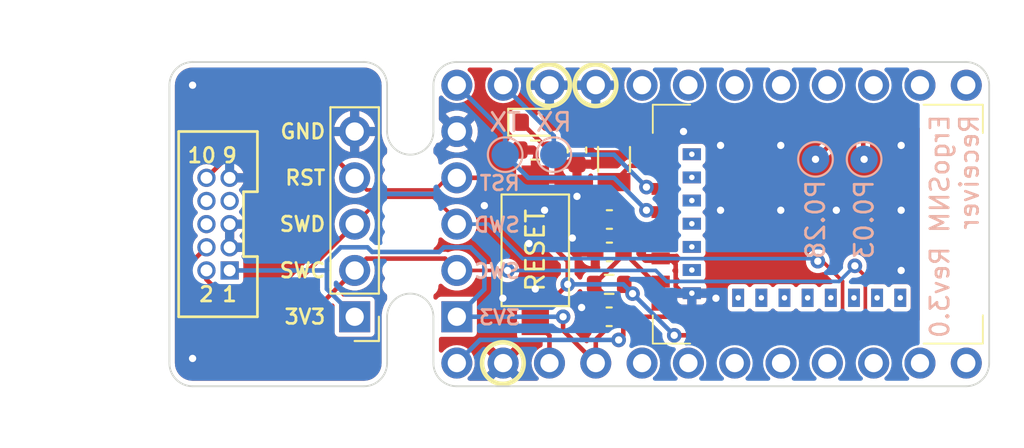
<source format=kicad_pcb>
(kicad_pcb (version 20221018) (generator pcbnew)
  (title_block (title "ErgoSNM Keyboard - Receiver") (rev "3.0") (company "SideraKB") (comment 1 "Open source hardware, CERN-OHL-P v2") (comment 2 "https://github.com/ziteh/ergo-snm-keyboard"))
  (layers (0 "F.Cu" signal) (31 "B.Cu" signal) (34 "B.Paste" user) (35 "F.Paste" user) (36 "B.SilkS" user "B.Silkscreen") (37 "F.SilkS" user "F.Silkscreen") (38 "B.Mask" user) (39 "F.Mask" user) (44 "Edge.Cuts" user))
  (net 0 "")
  (net 1 "Net-(U1-P0.00{slash}XL1)")
  (net 2 "GND")
  (net 3 "Net-(U1-P0.01{slash}XL2)")
  (net 4 "+3.3V")
  (net 5 "+5V")
  (net 6 "TX")
  (net 7 "RX")
  (net 15 "~{RESET}")
  (net 23 "SWC")
  (net 24 "SWD")
  (net 25 "Net-(U1-P0.03)")
  (net 26 "Net-(U1-P0.28)")
  (net 27 "ROW_4")
  (net 28 "ROW_3")
  (net 29 "COL_1")
  (net 30 "COL_2")
  (net 31 "COL_5")
  (net 32 "COL_4")
  (net 33 "COL_6")
  (net 34 "Debug_UART_Tx")
  (net 35 "Debug_UART_Rx")
  (net 39 "/DCCH")
  (net 41 "USB_D-")
  (net 43 "USB_D+")
  (net 44 "Encoder_A")
  (net 45 "PMW3360_SPI_SCLK")
  (net 46 "Encoder_B")
  (net 48 "QMK_UART_Rx")
  (net 49 "QMK_UART_Tx")
  (net 50 "PMW3360_Motion")
  (net 51 "COL_0")
  (net 52 "PMW3360_SPI_CS")
  (net 53 "ROW_0")
  (net 54 "Net-(LD1-K)")
  (net 55 "LED")
  (footprint "ErgoSNM_Keyboard:Mouse bite" (layer "F.Cu") (at 129.032 91.44)
    (fp_text reference "H13" hide)
    (fp_text value "MountingHole" hide)
    (pad "" np_thru_hole circle (at 0 0) (size 0.55 0.55) (drill 0.55) (layers "F&B.Cu" "*.Mask"))
  )
  (footprint "ErgoSNM_Keyboard:Mouse bite" (layer "F.Cu") (at 129.032 85.5)
    (fp_text reference "H3" hide)
    (fp_text value "MountingHole" hide)
    (pad "" np_thru_hole circle (at 0 0) (size 0.55 0.55) (drill 0.55) (layers "F&B.Cu" "*.Mask"))
  )
  (footprint "Capacitor_SMD:C_0603_1608Metric" (layer "F.Cu") (at 140.957 93.98 180)
    (fp_text reference "C4" hide)
    (fp_text value "10uF")
    (fp_line (start -0.14058 -0.51) (end 0.14058 -0.51) (stroke (width 0.12)) (layer "F.SilkS"))
    (fp_line (start -0.14058 0.51) (end 0.14058 0.51) (stroke (width 0.12)) (layer "F.SilkS"))
    (pad "1" smd roundrect (at -0.775 0 180) (size 0.9 0.95) (layers "F.Cu" "F.Paste" "F.Mask") (net 5 "+5V"))
    (pad "2" smd roundrect (at 0.775 0 180) (size 0.9 0.95) (layers "F.Cu" "F.Paste" "F.Mask") (net 2 "GND"))
  )
  (footprint "ErgoSNM_Keyboard:Mouse bite" (layer "F.Cu") (at 131.064 86.35)
    (fp_text reference "H5" hide)
    (fp_text value "MountingHole" hide)
    (pad "" np_thru_hole circle (at 0 0) (size 0.55 0.55) (drill 0.55) (layers "F&B.Cu" "*.Mask"))
  )
  (footprint "ErgoSNM_Keyboard:Mouse bite" (layer "F.Cu") (at 131.064 91.45)
    (fp_text reference "H10" hide)
    (fp_text value "MountingHole" hide)
    (pad "" np_thru_hole circle (at 0 0) (size 0.55 0.55) (drill 0.55) (layers "F&B.Cu" "*.Mask"))
  )
  (footprint "ErgoSNM_Keyboard:Mouse bite" (layer "F.Cu") (at 129.032 89.75)
    (fp_text reference "H6" hide)
    (fp_text value "MountingHole" hide)
    (pad "" np_thru_hole circle (at 0 0) (size 0.55 0.55) (drill 0.55) (layers "F&B.Cu" "*.Mask"))
  )
  (footprint "Capacitor_SMD:C_0603_1608Metric" (layer "F.Cu") (at 140.97 90.424 180)
    (fp_text reference "C3" hide)
    (fp_text value "10uF")
    (fp_line (start -0.14058 -0.51) (end 0.14058 -0.51) (stroke (width 0.12)) (layer "F.SilkS"))
    (fp_line (start -0.14058 0.51) (end 0.14058 0.51) (stroke (width 0.12)) (layer "F.SilkS"))
    (pad "1" smd roundrect (at -0.775 0 180) (size 0.9 0.95) (layers "F.Cu" "F.Paste" "F.Mask") (net 4 "+3.3V"))
    (pad "2" smd roundrect (at 0.775 0 180) (size 0.9 0.95) (layers "F.Cu" "F.Paste" "F.Mask") (net 2 "GND"))
  )
  (footprint "ErgoSNM_Keyboard:E73-2G4M08S1C-52840" (layer "F.Cu") (at 152.4 88.9)
    (fp_text reference "U1" hide)
    (fp_text value "E73-2G4M08S1C")
    (fp_line (start -9.05 -6.55) (end -9.05 -5) (stroke (width 0.1)) (layer "F.SilkS"))
    (fp_line (start -9.05 5) (end -9.05 6.55) (stroke (width 0.1)) (layer "F.SilkS"))
    (fp_line (start -9.05 6.55) (end -7 6.55) (stroke (width 0.1)) (layer "F.SilkS"))
    (fp_line (start -7 -6.55) (end -9.05 -6.55) (stroke (width 0.1)) (layer "F.SilkS"))
    (fp_line (start 5.8 6.55) (end 9.05 6.55) (stroke (width 0.1)) (layer "F.SilkS"))
    (fp_line (start 9.05 -6.55) (end 5.8 -6.55) (stroke (width 0.1)) (layer "F.SilkS"))
    (fp_line (start 9.05 -5) (end 9.05 -6.55) (stroke (width 0.1)) (layer "F.SilkS"))
    (fp_line (start 9.05 6.55) (end 9.05 5) (stroke (width 0.1)) (layer "F.SilkS"))
    (pad "1" smd rect locked (at 5.03 -6.119) (size 0.65 1) (layers "F.Cu" "F.Paste" "F.Mask") (net 27 "ROW_4"))
    (pad "2" smd rect locked (at 3.76 -6.119) (size 0.65 1) (layers "F.Cu" "F.Paste" "F.Mask") (net 28 "ROW_3"))
    (pad "3" smd rect locked (at 2.49 -6.119) (size 0.65 1) (layers "F.Cu" "F.Paste" "F.Mask") (net 25 "Net-(U1-P0.03)"))
    (pad "4" smd rect locked (at 1.22 -6.119) (size 0.65 1) (layers "F.Cu" "F.Paste" "F.Mask") (net 26 "Net-(U1-P0.28)"))
    (pad "5" smd rect locked (at -0.05 -6.119) (size 0.65 1) (layers "F.Cu" "F.Paste" "F.Mask") (net 2 "GND"))
    (pad "6" smd rect locked (at -1.32 -6.119) (size 0.65 1) (layers "F.Cu" "F.Paste" "F.Mask") (net 29 "COL_1"))
    (pad "7" smd rect locked (at -2.59 -6.119) (size 0.65 1) (layers "F.Cu" "F.Paste" "F.Mask") (net 30 "COL_2"))
    (pad "8" smd rect locked (at -3.86 -6.119) (size 0.65 1) (layers "F.Cu" "F.Paste" "F.Mask") (net 31 "COL_5"))
    (pad "9" smd rect locked (at -5.13 -6.119) (size 0.65 1) (layers "F.Cu" "F.Paste" "F.Mask") (net 32 "COL_4"))
    (pad "10" smd rect locked (at -6.4 -6.119) (size 0.65 1) (layers "F.Cu" "F.Paste" "F.Mask") (net 55 "LED"))
    (pad "11" smd rect locked (at -8.619 -4.47 90) (size 0.65 1) (layers "F.Cu" "F.Paste" "F.Mask") (net 1 "Net-(U1-P0.00{slash}XL1)"))
    (pad "12" thru_hole rect locked (at -6.908 -3.833 90) (size 0.65 1) (drill 0.3) (layers "*.Cu" "*.Mask" "F.Paste") (net 33 "COL_6"))
    (pad "13" smd rect locked (at -8.619 -3.2 90) (size 0.65 1) (layers "F.Cu" "F.Paste" "F.Mask") (net 3 "Net-(U1-P0.01{slash}XL2)"))
    (pad "14" thru_hole rect locked (at -6.908 -2.563 90) (size 0.65 1) (drill 0.3) (layers "*.Cu" "*.Mask" "F.Paste") (net 34 "Debug_UART_Tx"))
    (pad "15" smd rect locked (at -8.619 -1.93 90) (size 0.65 1) (layers "F.Cu" "F.Paste" "F.Mask") (net 7 "RX"))
    (pad "16" thru_hole rect locked (at -6.908 -1.293 90) (size 0.65 1) (drill 0.3) (layers "*.Cu" "*.Mask" "F.Paste") (net 35 "Debug_UART_Rx"))
    (pad "17" smd rect locked (at -8.619 -0.66 90) (size 0.65 1) (layers "F.Cu" "F.Paste" "F.Mask") (net 6 "TX"))
    (pad "18" thru_hole rect locked (at -6.908 -0.023 90) (size 0.65 1) (drill 0.3) (layers "*.Cu" "*.Mask" "F.Paste"))
    (pad "19" smd rect locked (at -8.619 0.61 90) (size 0.65 1) (layers "F.Cu" "F.Paste" "F.Mask") (net 4 "+3.3V"))
    (pad "20" thru_hole rect locked (at -6.908 1.247 90) (size 0.65 1) (drill 0.3) (layers "*.Cu" "*.Mask" "F.Paste"))
    (pad "21" smd rect locked (at -8.619 1.88 90) (size 0.65 1) (layers "F.Cu" "F.Paste" "F.Mask") (net 2 "GND"))
    (pad "22" thru_hole rect locked (at -6.908 2.517 90) (size 0.65 1) (drill 0.3) (layers "*.Cu" "*.Mask" "F.Paste"))
    (pad "23" smd rect locked (at -8.619 3.15 90) (size 0.65 1) (layers "F.Cu" "F.Paste" "F.Mask") (net 4 "+3.3V"))
    (pad "24" thru_hole rect locked (at -6.908 3.787 90) (size 0.65 1) (drill 0.3) (layers "*.Cu" "*.Mask" "F.Paste") (net 2 "GND"))
    (pad "25" smd rect locked (at -8.619 4.42 90) (size 0.65 1) (layers "F.Cu" "F.Paste" "F.Mask") (net 39 "/DCCH"))
    (pad "26" smd rect locked (at -6.4 6.119) (size 0.65 1) (layers "F.Cu" "F.Paste" "F.Mask") (net 15 "~{RESET}"))
    (pad "27" smd rect locked (at -5.13 6.119) (size 0.65 1) (layers "F.Cu" "F.Paste" "F.Mask") (net 5 "+5V"))
    (pad "28" thru_hole rect locked (at -4.368 4.041) (size 0.65 1) (drill 0.3) (layers "*.Cu" "*.Mask" "F.Paste"))
    (pad "29" smd rect locked (at -3.86 6.119) (size 0.65 1) (layers "F.Cu" "F.Paste" "F.Mask") (net 41 "USB_D-"))
    (pad "30" thru_hole rect locked (at -3.098 4.041) (size 0.65 1) (drill 0.3) (layers "*.Cu" "*.Mask" "F.Paste"))
    (pad "31" smd rect locked (at -2.59 6.119) (size 0.65 1) (layers "F.Cu" "F.Paste" "F.Mask") (net 43 "USB_D+"))
    (pad "32" thru_hole rect locked (at -1.828 4.041) (size 0.65 1) (drill 0.3) (layers "*.Cu" "*.Mask" "F.Paste") (net 44 "Encoder_A"))
    (pad "33" smd rect locked (at -1.32 6.119) (size 0.65 1) (layers "F.Cu" "F.Paste" "F.Mask") (net 45 "PMW3360_SPI_SCLK"))
    (pad "34" thru_hole rect locked (at -0.558 4.041) (size 0.65 1) (drill 0.3) (layers "*.Cu" "*.Mask" "F.Paste") (net 46 "Encoder_B"))
    (pad "35" smd rect locked (at -0.05 6.119) (size 0.65 1) (layers "F.Cu" "F.Paste" "F.Mask"))
    (pad "36" thru_hole rect locked (at 0.712 4.041) (size 0.65 1) (drill 0.3) (layers "*.Cu" "*.Mask" "F.Paste") (net 48 "QMK_UART_Rx"))
    (pad "37" smd rect locked (at 1.22 6.119) (size 0.65 1) (layers "F.Cu" "F.Paste" "F.Mask") (net 24 "SWD"))
    (pad "38" thru_hole rect locked (at 1.982 4.041) (size 0.65 1) (drill 0.3) (layers "*.Cu" "*.Mask" "F.Paste") (net 49 "QMK_UART_Tx"))
    (pad "39" smd rect locked (at 2.49 6.119) (size 0.65 1) (layers "F.Cu" "F.Paste" "F.Mask") (net 23 "SWC"))
    (pad "40" thru_hole rect locked (at 3.252 4.041) (size 0.65 1) (drill 0.3) (layers "*.Cu" "*.Mask" "F.Paste") (net 50 "PMW3360_Motion"))
    (pad "41" smd rect locked (at 3.76 6.119) (size 0.65 1) (layers "F.Cu" "F.Paste" "F.Mask") (net 51 "COL_0"))
    (pad "42" thru_hole rect locked (at 4.522 4.041) (size 0.65 1) (drill 0.3) (layers "*.Cu" "*.Mask" "F.Paste") (net 52 "PMW3360_SPI_CS"))
    (pad "43" smd rect locked (at 5.03 6.119) (size 0.65 1) (layers "F.Cu" "F.Paste" "F.Mask") (net 53 "ROW_0"))
    (zone (net 0) (net_name "") (layer "F.Cu") (name "ant") (connect_pads (clearance 0)) (min_thickness 0.25)
      (keepout (tracks not_allowed) (vias not_allowed) (pads not_allowed) (copperpour not_allowed) (footprints not_allowed))
      (fill (thermal_gap 0.5) (thermal_bridge_width 0.5))
      (polygon (pts (xy 158.2 95.4) (xy 161.4 95.4) (xy 161.4 82.4) (xy 158.2 82.4)))
    )
    (zone (net 0) (net_name "") (layer "B.Cu") (name "ant") (connect_pads (clearance 0)) (min_thickness 0.25)
      (keepout (tracks allowed) (vias not_allowed) (pads not_allowed) (copperpour not_allowed) (footprints allowed))
      (fill (thermal_gap 0.5) (thermal_bridge_width 0.5))
      (polygon (pts (xy 158.2 95.4) (xy 161.4 95.4) (xy 161.4 82.4) (xy 158.2 82.4)))
    )
  )
  (footprint "Crystal:Crystal_SMD_3215-2Pin_3.2x1.5mm" (layer "F.Cu") (at 141.224 85.344 -90)
    (fp_text reference "Y1" hide)
    (fp_text value "32.768kHz")
    (fp_line (start -0.675 -0.875) (end 0.675 -0.875) (stroke (width 0.12)) (layer "F.SilkS"))
    (fp_line (start -0.675 0.875) (end 0.675 0.875) (stroke (width 0.12)) (layer "F.SilkS"))
    (pad "1" smd rect (at 1.25 0 270) (size 1 1.8) (layers "F.Cu" "F.Paste" "F.Mask") (net 3 "Net-(U1-P0.01{slash}XL2)"))
    (pad "2" smd rect (at -1.25 0 270) (size 1 1.8) (layers "F.Cu" "F.Paste" "F.Mask") (net 1 "Net-(U1-P0.00{slash}XL1)"))
  )
  (footprint "Capacitor_SMD:C_0603_1608Metric" (layer "F.Cu") (at 140.97 88.646)
    (fp_text reference "C2" hide)
    (fp_text value "12pF")
    (fp_line (start -0.14058 -0.51) (end 0.14058 -0.51) (stroke (width 0.12)) (layer "F.SilkS"))
    (fp_line (start -0.14058 0.51) (end 0.14058 0.51) (stroke (width 0.12)) (layer "F.SilkS"))
    (pad "1" smd roundrect (at -0.775 0) (size 0.9 0.95) (layers "F.Cu" "F.Paste" "F.Mask") (net 2 "GND"))
    (pad "2" smd roundrect (at 0.775 0) (size 0.9 0.95) (layers "F.Cu" "F.Paste" "F.Mask") (net 3 "Net-(U1-P0.01{slash}XL2)"))
  )
  (footprint "ErgoSNM_Keyboard:Mouse bite" (layer "F.Cu") (at 131.064 88.9)
    (fp_text reference "H1" hide)
    (fp_text value "MountingHole" hide)
    (pad "" np_thru_hole circle (at 0 0) (size 0.55 0.55) (drill 0.55) (layers "F&B.Cu" "*.Mask"))
  )
  (footprint "ErgoSNM_Keyboard:Mouse bite" (layer "F.Cu") (at 129.032 88.9)
    (fp_text reference "H14" hide)
    (fp_text value "MountingHole" hide)
    (pad "" np_thru_hole circle (at 0 0) (size 0.55 0.55) (drill 0.55) (layers "F&B.Cu" "*.Mask"))
  )
  (footprint "ErgoSNM_Keyboard:Mouse bite" (layer "F.Cu") (at 131.064 85.5)
    (fp_text reference "H4" hide)
    (fp_text value "MountingHole" hide)
    (pad "" np_thru_hole circle (at 0 0) (size 0.55 0.55) (drill 0.55) (layers "F&B.Cu" "*.Mask"))
  )
  (footprint "Connector_PinHeader_1.27mm:PinHeader_2x05_P1.27mm_Vertical" (layer "F.Cu") (at 120.142 91.44 180)
    (fp_text reference "J1" hide)
    (fp_text value "Conn_02x05_Counter_Clockwise")
    (pad "1" thru_hole rect (at 0 0 180) (size 1 1) (drill 0.65) (layers "*.Cu" "*.Mask") (net 4 "+3.3V"))
    (pad "2" thru_hole oval (at 1.27 0 180) (size 1 1) (drill 0.65) (layers "*.Cu" "*.Mask") (net 24 "SWD"))
    (pad "3" thru_hole oval (at 0 1.27 180) (size 1 1) (drill 0.65) (layers "*.Cu" "*.Mask") (net 2 "GND"))
    (pad "4" thru_hole oval (at 1.27 1.27 180) (size 1 1) (drill 0.65) (layers "*.Cu" "*.Mask") (net 23 "SWC"))
    (pad "5" thru_hole oval (at 0 2.54 180) (size 1 1) (drill 0.65) (layers "*.Cu" "*.Mask") (net 2 "GND"))
    (pad "6" thru_hole oval (at 1.27 2.54 180) (size 1 1) (drill 0.65) (layers "*.Cu" "*.Mask"))
    (pad "7" thru_hole oval (at 0 3.81 180) (size 1 1) (drill 0.65) (layers "*.Cu" "*.Mask"))
    (pad "8" thru_hole oval (at 1.27 3.81 180) (size 1 1) (drill 0.65) (layers "*.Cu" "*.Mask"))
    (pad "9" thru_hole oval (at 0 5.08 180) (size 1 1) (drill 0.65) (layers "*.Cu" "*.Mask") (net 2 "GND"))
    (pad "10" thru_hole oval (at 1.27 5.08 180) (size 1 1) (drill 0.65) (layers "*.Cu" "*.Mask") (net 15 "~{RESET}"))
  )
  (footprint "Resistor_SMD:R_0603_1608Metric" (layer "F.Cu") (at 140.957 92.202)
    (fp_text reference "R1" hide)
    (fp_text value "10k")
    (fp_line (start -0.237258 -0.5225) (end 0.237258 -0.5225) (stroke (width 0.12)) (layer "F.SilkS"))
    (fp_line (start -0.237258 0.5225) (end 0.237258 0.5225) (stroke (width 0.12)) (layer "F.SilkS"))
    (pad "1" smd roundrect (at -0.825 0) (size 0.8 0.95) (layers "F.Cu" "F.Paste" "F.Mask") (net 4 "+3.3V"))
    (pad "2" smd roundrect (at 0.825 0) (size 0.8 0.95) (layers "F.Cu" "F.Paste" "F.Mask") (net 15 "~{RESET}"))
  )
  (footprint "ErgoSNM_Keyboard:Mouse bite" (layer "F.Cu") (at 131.064 92.3)
    (fp_text reference "H11" hide)
    (fp_text value "MountingHole" hide)
    (pad "" np_thru_hole circle (at 0 0) (size 0.55 0.55) (drill 0.55) (layers "F&B.Cu" "*.Mask"))
  )
  (footprint "Connector_PinHeader_2.54mm:PinHeader_1x05_P2.54mm_Vertical" (layer "F.Cu") (at 132.603 93.98 180)
    (fp_text reference "J5" hide)
    (fp_text value "Conn_01x04")
    (pad "1" thru_hole rect locked (at 0 0 180) (size 1.7 1.7) (drill 1) (layers "*.Cu" "*.Mask") (net 4 "+3.3V"))
    (pad "2" thru_hole oval locked (at 0 2.54 180) (size 1.7 1.7) (drill 1) (layers "*.Cu" "*.Mask") (net 23 "SWC"))
    (pad "3" thru_hole oval locked (at 0 5.08 180) (size 1.7 1.7) (drill 1) (layers "*.Cu" "*.Mask") (net 24 "SWD"))
    (pad "4" thru_hole oval locked (at 0 7.62 180) (size 1.7 1.7) (drill 1) (layers "*.Cu" "*.Mask") (net 15 "~{RESET}"))
    (pad "5" thru_hole oval locked (at 0 10.16 180) (size 1.7 1.7) (drill 1) (layers "*.Cu" "*.Mask") (net 2 "GND"))
  )
  (footprint "ErgoSNM_Keyboard:Mouse bite" (layer "F.Cu") (at 129.032 92.29)
    (fp_text reference "H7" hide)
    (fp_text value "MountingHole" hide)
    (pad "" np_thru_hole circle (at 0 0) (size 0.55 0.55) (drill 0.55) (layers "F&B.Cu" "*.Mask"))
  )
  (footprint "ErgoSNM_Keyboard:Mouse bite" (layer "F.Cu") (at 129.032 88.05)
    (fp_text reference "H12" hide)
    (fp_text value "MountingHole" hide)
    (pad "" np_thru_hole circle (at 0 0) (size 0.55 0.55) (drill 0.55) (layers "F&B.Cu" "*.Mask"))
  )
  (footprint "ErgoSNM_Keyboard:Mouse bite" (layer "F.Cu") (at 129.032 86.35)
    (fp_text reference "H2" hide)
    (fp_text value "MountingHole" hide)
    (pad "" np_thru_hole circle (at 0 0) (size 0.55 0.55) (drill 0.55) (layers "F&B.Cu" "*.Mask"))
  )
  (footprint "Capacitor_SMD:C_0603_1608Metric" (layer "F.Cu") (at 139.192 84.836 -90)
    (fp_text reference "C1" hide)
    (fp_text value "12pF")
    (fp_line (start -0.14058 -0.51) (end 0.14058 -0.51) (stroke (width 0.12)) (layer "F.SilkS"))
    (fp_line (start -0.14058 0.51) (end 0.14058 0.51) (stroke (width 0.12)) (layer "F.SilkS"))
    (pad "1" smd roundrect (at -0.775 0 270) (size 0.9 0.95) (layers "F.Cu" "F.Paste" "F.Mask") (net 1 "Net-(U1-P0.00{slash}XL1)"))
    (pad "2" smd roundrect (at 0.775 0 270) (size 0.9 0.95) (layers "F.Cu" "F.Paste" "F.Mask") (net 2 "GND"))
  )
  (footprint "ErgoSNM_Keyboard:Mouse bite" (layer "F.Cu") (at 131.064 89.75)
    (fp_text reference "H8" hide)
    (fp_text value "MountingHole" hide)
    (pad "" np_thru_hole circle (at 0 0) (size 0.55 0.55) (drill 0.55) (layers "F&B.Cu" "*.Mask"))
  )
  (footprint "ErgoSNM_Keyboard:Mouse bite" (layer "F.Cu") (at 131.064 88.05)
    (fp_text reference "H9" hide)
    (fp_text value "MountingHole" hide)
    (pad "" np_thru_hole circle (at 0 0) (size 0.55 0.55) (drill 0.55) (layers "F&B.Cu" "*.Mask"))
  )
  (footprint "Resistor_SMD:R_0603_1608Metric" (layer "F.Cu") (at 136.906 84.836 180)
    (fp_text reference "R2" hide)
    (fp_text value "1k")
    (fp_line (start -0.237258 -0.5225) (end 0.237258 -0.5225) (stroke (width 0.12)) (layer "F.SilkS"))
    (fp_line (start -0.237258 0.5225) (end 0.237258 0.5225) (stroke (width 0.12)) (layer "F.SilkS"))
    (pad "1" smd roundrect (at -0.825 0 180) (size 0.8 0.95) (layers "F.Cu" "F.Paste" "F.Mask") (net 54 "Net-(LD1-K)"))
    (pad "2" smd roundrect (at 0.825 0 180) (size 0.8 0.95) (layers "F.Cu" "F.Paste" "F.Mask") (net 2 "GND"))
  )
  (footprint "Connector_PinHeader_2.54mm:PinHeader_1x05_P2.54mm_Vertical" (layer "F.Cu") (at 127 93.98 180)
    (fp_text reference "J3" hide)
    (fp_text value "Conn_01x04")
    (fp_line (start -1.33 -1.33) (end 0 -1.33) (stroke (width 0.12)) (layer "F.SilkS"))
    (fp_line (start -1.33 0) (end -1.33 -1.33) (stroke (width 0.12)) (layer "F.SilkS"))
    (fp_line (start -1.33 1.27) (end -1.33 11.49) (stroke (width 0.12)) (layer "F.SilkS"))
    (fp_line (start -1.33 1.27) (end 1.33 1.27) (stroke (width 0.12)) (layer "F.SilkS"))
    (fp_line (start -1.33 11.49) (end 1.33 11.49) (stroke (width 0.12)) (layer "F.SilkS"))
    (fp_line (start 1.33 1.27) (end 1.33 11.49) (stroke (width 0.12)) (layer "F.SilkS"))
    (pad "1" thru_hole rect (at 0 0 180) (size 1.7 1.7) (drill 1) (layers "*.Cu" "*.Mask") (net 4 "+3.3V"))
    (pad "2" thru_hole oval (at 0 2.54 180) (size 1.7 1.7) (drill 1) (layers "*.Cu" "*.Mask") (net 23 "SWC"))
    (pad "3" thru_hole oval (at 0 5.08 180) (size 1.7 1.7) (drill 1) (layers "*.Cu" "*.Mask") (net 24 "SWD"))
    (pad "4" thru_hole oval (at 0 7.62 180) (size 1.7 1.7) (drill 1) (layers "*.Cu" "*.Mask") (net 15 "~{RESET}"))
    (pad "5" thru_hole oval (at 0 10.16 180) (size 1.7 1.7) (drill 1) (layers "*.Cu" "*.Mask") (net 2 "GND"))
  )
  (footprint "LED_SMD:LED_0603_1608Metric" (layer "F.Cu") (at 136.906 83.312)
    (fp_text reference "LD1" hide)
    (fp_text value "Red")
    (fp_line (start -1.485 -0.735) (end -1.485 0.735) (stroke (width 0.12)) (layer "F.SilkS"))
    (fp_line (start -1.485 0.735) (end 0.8 0.735) (stroke (width 0.12)) (layer "F.SilkS"))
    (fp_line (start 0.8 -0.735) (end -1.485 -0.735) (stroke (width 0.12)) (layer "F.SilkS"))
    (pad "1" smd roundrect (at -0.7875 0) (size 0.875 0.95) (layers "F.Cu" "F.Paste" "F.Mask") (net 54 "Net-(LD1-K)"))
    (pad "2" smd roundrect (at 0.7875 0) (size 0.875 0.95) (layers "F.Cu" "F.Paste" "F.Mask") (net 55 "LED"))
  )
  (footprint "Button_Switch_SMD:SW_SPST_CK_RS282G05A3" (layer "F.Cu") (at 136.906 90.334 -90)
    (fp_text reference "SW1" hide)
    (fp_text value "RESET")
    (fp_text user "RESET" (at 0 0 90 unlocked) (layer "F.SilkS"))
    (fp_line (start -3.06 -1.85) (end 3.06 -1.85) (stroke (width 0.12)) (layer "F.SilkS"))
    (fp_line (start -3.06 1.85) (end -3.06 -1.85) (stroke (width 0.12)) (layer "F.SilkS"))
    (fp_line (start 3.06 -1.85) (end 3.06 1.85) (stroke (width 0.12)) (layer "F.SilkS"))
    (fp_line (start 3.06 1.85) (end -3.06 1.85) (stroke (width 0.12)) (layer "F.SilkS"))
    (pad "1" smd rect (at -3.9 0 270) (size 1.5 1.5) (layers "F.Cu" "F.Paste" "F.Mask") (net 2 "GND"))
    (pad "2" smd rect (at 3.9 0 270) (size 1.5 1.5) (layers "F.Cu" "F.Paste" "F.Mask") (net 15 "~{RESET}"))
  )
  (footprint "TestPoint:TestPoint_Pad_D1.5mm" (layer "B.Cu") (at 154.94 85.344 180)
    (fp_text reference "TP1" hide)
    (fp_text value "TestPoint")
    (fp_text user "P0.03" (at 0 -3.302 90 unlocked) (layer "B.SilkS") (effects (justify mirror)))
    (fp_circle (center 0 0) (end 0 -0.95) (stroke (width 0.12)) (fill none) (layer "B.SilkS"))
    (pad "1" smd circle (at 0 0 180) (size 1.5 1.5) (layers "B.Cu" "B.Mask") (net 25 "Net-(U1-P0.03)"))
  )
  (footprint "Connector_PinHeader_2.54mm:PinHeader_1x12_P2.54mm_Vertical" (layer "B.Cu") (at 132.603 81.28 -90)
    (fp_text reference "J2" hide)
    (fp_text value "Conn_01x13")
    (pad "1" thru_hole circle locked (at 0 0 270) (size 1.7 1.7) (drill 1) (layers "*.Cu" "*.Mask") (net 6 "TX"))
    (pad "2" thru_hole oval locked (at 0 -2.54 270) (size 1.7 1.7) (drill 1) (layers "*.Cu" "*.Mask") (net 7 "RX"))
    (pad "3" thru_hole oval locked (at 0 -5.08 270) (size 1.7 1.7) (drill 1) (layers "*.Cu" "*.Mask") (net 2 "GND"))
    (pad "4" thru_hole oval locked (at 0 -7.62 270) (size 1.7 1.7) (drill 1) (layers "*.Cu" "*.Mask") (net 2 "GND"))
    (pad "5" thru_hole oval locked (at 0 -10.16 270) (size 1.7 1.7) (drill 1) (layers "*.Cu" "*.Mask"))
    (pad "6" thru_hole oval locked (at 0 -12.7 270) (size 1.7 1.7) (drill 1) (layers "*.Cu" "*.Mask"))
    (pad "7" thru_hole oval locked (at 0 -15.24 270) (size 1.7 1.7) (drill 1) (layers "*.Cu" "*.Mask"))
    (pad "8" thru_hole oval locked (at 0 -17.78 270) (size 1.7 1.7) (drill 1) (layers "*.Cu" "*.Mask"))
    (pad "9" thru_hole oval locked (at 0 -20.32 270) (size 1.7 1.7) (drill 1) (layers "*.Cu" "*.Mask"))
    (pad "10" thru_hole oval locked (at 0 -22.86 270) (size 1.7 1.7) (drill 1) (layers "*.Cu" "*.Mask"))
    (pad "11" thru_hole oval locked (at 0 -25.4 270) (size 1.7 1.7) (drill 1) (layers "*.Cu" "*.Mask"))
    (pad "12" thru_hole oval locked (at 0 -27.94 270) (size 1.7 1.7) (drill 1) (layers "*.Cu" "*.Mask"))
  )
  (footprint "TestPoint:TestPoint_Pad_D1.5mm" (layer "B.Cu") (at 152.273 85.344 180)
    (fp_text reference "TP2" hide)
    (fp_text value "TestPoint")
    (fp_text user "P0.28" (at 0 -3.302 90 unlocked) (layer "B.SilkS") (effects (justify mirror)))
    (fp_circle (center 0 0) (end 0 -0.95) (stroke (width 0.12)) (fill none) (layer "B.SilkS"))
    (pad "1" smd circle (at 0 0 180) (size 1.5 1.5) (layers "B.Cu" "B.Mask") (net 26 "Net-(U1-P0.28)"))
  )
  (footprint "TestPoint:TestPoint_Pad_D1.5mm" (layer "B.Cu") (at 137.922 85.09 180)
    (fp_text reference "TP4" hide)
    (fp_text value "TestPoint")
    (fp_text user "RX" (at 0 1.778 unlocked) (layer "B.SilkS") (effects (justify mirror)))
    (fp_circle (center 0 0) (end 0 -0.95) (stroke (width 0.12)) (fill none) (layer "B.SilkS"))
    (pad "1" smd circle (at 0 0 180) (size 1.5 1.5) (layers "B.Cu" "B.Mask") (net 7 "RX"))
  )
  (footprint "TestPoint:TestPoint_Pad_D1.5mm" (layer "B.Cu") (at 135.255 85.09 180)
    (fp_text reference "TP3" hide)
    (fp_text value "TestPoint")
    (fp_text user "TX" (at 0 1.778 unlocked) (layer "B.SilkS") (effects (justify mirror)))
    (fp_circle (center 0 0) (end 0 -0.95) (stroke (width 0.12)) (fill none) (layer "B.SilkS"))
    (pad "1" smd circle (at 0 0 180) (size 1.5 1.5) (layers "B.Cu" "B.Mask") (net 6 "TX"))
  )
  (footprint "Connector_PinHeader_2.54mm:PinHeader_1x12_P2.54mm_Vertical" (layer "B.Cu") (at 132.603 96.52 -90)
    (fp_text reference "J4" hide)
    (fp_text value "Conn_01x13")
    (pad "1" thru_hole circle locked (at 0 0 270) (size 1.7 1.7) (drill 1) (layers "*.Cu" "*.Mask") (net 5 "+5V"))
    (pad "2" thru_hole oval locked (at 0 -2.54 270) (size 1.7 1.7) (drill 1) (layers "*.Cu" "*.Mask") (net 2 "GND"))
    (pad "3" thru_hole oval locked (at 0 -5.08 270) (size 1.7 1.7) (drill 1) (layers "*.Cu" "*.Mask") (net 15 "~{RESET}"))
    (pad "4" thru_hole oval locked (at 0 -7.62 270) (size 1.7 1.7) (drill 1) (layers "*.Cu" "*.Mask") (net 4 "+3.3V"))
    (pad "5" thru_hole oval locked (at 0 -10.16 270) (size 1.7 1.7) (drill 1) (layers "*.Cu" "*.Mask"))
    (pad "6" thru_hole oval locked (at 0 -12.7 270) (size 1.7 1.7) (drill 1) (layers "*.Cu" "*.Mask"))
    (pad "7" thru_hole oval locked (at 0 -15.24 270) (size 1.7 1.7) (drill 1) (layers "*.Cu" "*.Mask"))
    (pad "8" thru_hole oval locked (at 0 -17.78 270) (size 1.7 1.7) (drill 1) (layers "*.Cu" "*.Mask"))
    (pad "9" thru_hole oval locked (at 0 -20.32 270) (size 1.7 1.7) (drill 1) (layers "*.Cu" "*.Mask"))
    (pad "10" thru_hole oval locked (at 0 -22.86 270) (size 1.7 1.7) (drill 1) (layers "*.Cu" "*.Mask"))
    (pad "11" thru_hole oval locked (at 0 -25.4 270) (size 1.7 1.7) (drill 1) (layers "*.Cu" "*.Mask"))
    (pad "12" thru_hole oval locked (at 0 -27.94 270) (size 1.7 1.7) (drill 1) (layers "*.Cu" "*.Mask"))
  )
  (gr_circle (center 137.668 81.28) (end 138.811 81.28) (stroke (width 0.25)) (fill none) (layer "F.SilkS"))
  (gr_line (start 121.666 93.98) (end 117.348 93.98) (stroke (width 0.15)) (layer "F.SilkS"))
  (gr_circle (center 135.128 96.52) (end 136.271 96.52) (stroke (width 0.25)) (fill none) (layer "F.SilkS"))
  (gr_line (start 121.666 83.82) (end 121.666 87.122) (stroke (width 0.15)) (layer "F.SilkS"))
  (gr_line (start 117.348 83.82) (end 121.666 83.82) (stroke (width 0.15)) (layer "F.SilkS"))
  (gr_line (start 121.666 87.122) (end 120.904 87.122) (stroke (width 0.15)) (layer "F.SilkS"))
  (gr_line (start 121.666 90.678) (end 121.666 93.98) (stroke (width 0.15)) (layer "F.SilkS"))
  (gr_circle (center 140.208 81.28) (end 141.351 81.28) (stroke (width 0.25)) (fill none) (layer "F.SilkS"))
  (gr_line (start 120.904 87.122) (end 120.904 90.678) (stroke (width 0.15)) (layer "F.SilkS"))
  (gr_line (start 117.348 93.98) (end 117.348 83.82) (stroke (width 0.15)) (layer "F.SilkS"))
  (gr_line (start 120.904 90.678) (end 121.666 90.678) (stroke (width 0.15)) (layer "F.SilkS"))
  (gr_line (start 131.318 96.52) (end 131.318 93.98) (stroke (width 0.1)) (layer "Edge.Cuts"))
  (gr_line (start 128.778 93.98) (end 128.778 96.52) (stroke (width 0.1)) (layer "Edge.Cuts"))
  (gr_line (start 118.11 80.01) (end 127.508 80.01) (stroke (width 0.1)) (layer "Edge.Cuts"))
  (gr_line (start 116.84 96.52) (end 116.84 81.28) (stroke (width 0.1)) (layer "Edge.Cuts"))
  (gr_line (start 128.778 81.28) (end 128.778 83.82) (stroke (width 0.1)) (layer "Edge.Cuts"))
  (gr_arc (start 128.778 93.98) (mid 130.048 92.71) (end 131.318 93.98) (stroke (width 0.1)) (layer "Edge.Cuts"))
  (gr_arc (start 127.508 80.01) (mid 128.406026 80.381974) (end 128.778 81.28) (stroke (width 0.1)) (layer "Edge.Cuts"))
  (gr_arc (start 160.528 80.01) (mid 161.426026 80.381974) (end 161.798 81.28) (stroke (width 0.1)) (layer "Edge.Cuts"))
  (gr_arc (start 118.11 97.79) (mid 117.211974 97.418026) (end 116.84 96.52) (stroke (width 0.1)) (layer "Edge.Cuts"))
  (gr_line (start 161.798 81.28) (end 161.798 96.52) (stroke (width 0.1)) (layer "Edge.Cuts"))
  (gr_arc (start 161.798 96.52) (mid 161.426026 97.418026) (end 160.528 97.79) (stroke (width 0.1)) (layer "Edge.Cuts"))
  (gr_line (start 160.528 97.79) (end 132.588 97.79) (stroke (width 0.1)) (layer "Edge.Cuts"))
  (gr_line (start 127.508 97.79) (end 118.11 97.79) (stroke (width 0.1)) (layer "Edge.Cuts"))
  (gr_line (start 132.588 80.01) (end 160.528 80.01) (stroke (width 0.1)) (layer "Edge.Cuts"))
  (gr_arc (start 116.84 81.28) (mid 117.211974 80.381974) (end 118.11 80.01) (stroke (width 0.1)) (layer "Edge.Cuts"))
  (gr_arc (start 128.778 96.52) (mid 128.406026 97.418026) (end 127.508 97.79) (stroke (width 0.1)) (layer "Edge.Cuts"))
  (gr_line (start 131.318 83.82) (end 131.318 81.28) (stroke (width 0.1)) (layer "Edge.Cuts"))
  (gr_arc (start 132.588 97.79) (mid 131.689974 97.418026) (end 131.318 96.52) (stroke (width 0.1)) (layer "Edge.Cuts"))
  (gr_arc (start 131.318 81.28) (mid 131.689974 80.381974) (end 132.588 80.01) (stroke (width 0.1)) (layer "Edge.Cuts"))
  (gr_arc (start 131.318 83.82) (mid 130.048 85.09) (end 128.778 83.82) (stroke (width 0.1)) (layer "Edge.Cuts"))
  (gr_text "3V3" (at 136.144 94.488) (layer "B.SilkS") (effects (font (size 0.8 0.8)) (justify left bottom mirror)))
  (gr_text "SWC" (at 136.144 91.948) (layer "B.SilkS") (effects (font (size 0.8 0.8)) (justify left bottom mirror)))
  (gr_text "ErgoSNM Rev${REVISION}\nReceiver" (at 161.29 82.804 90) (layer "B.SilkS") (effects (font (size 1 1)) (justify left bottom mirror)))
  (gr_text "RST" (at 136.144 87.122) (layer "B.SilkS") (effects (font (size 0.8 0.8)) (justify left bottom mirror)))
  (gr_text "SWD" (at 136.144 89.408) (layer "B.SilkS") (effects (font (size 0.8 0.8)) (justify left bottom mirror)))
  (gr_text "3V3" (at 125.476 93.98) (layer "F.SilkS") (effects (font (size 0.8 0.8)) (justify right)))
  (gr_text "SWC" (at 125.476 91.44) (layer "F.SilkS") (effects (font (size 0.8 0.8)) (justify right)))
  (gr_text "1" (at 120.142 93.218) (layer "F.SilkS") (effects (font (size 0.8 0.8)) (justify bottom)))
  (gr_text "RST" (at 125.476 86.36) (layer "F.SilkS") (effects (font (size 0.8 0.8)) (justify right)))
  (gr_text "GND" (at 125.476 83.82) (layer "F.SilkS") (effects (font (size 0.8 0.8)) (justify right)))
  (gr_text "9" (at 120.142 85.598) (layer "F.SilkS") (effects (font (size 0.8 0.8)) (justify bottom)))
  (gr_text "10" (at 118.618 85.598) (layer "F.SilkS") (effects (font (size 0.8 0.8)) (justify bottom)))
  (gr_text "SWD" (at 125.476 88.9) (layer "F.SilkS") (effects (font (size 0.8 0.8)) (justify right)))
  (gr_text "2" (at 118.872 93.218) (layer "F.SilkS") (effects (font (size 0.8 0.8)) (justify bottom)))
  (segment (start 141.56 84.43) (end 141.224 84.094) (width 0.25) (layer "F.Cu") (net 1))
  (segment (start 143.781 84.43) (end 141.56 84.43) (width 0.25) (layer "F.Cu") (net 1))
  (segment (start 139.192 84.061) (end 141.191 84.061) (width 0.25) (layer "F.Cu") (net 1))
  (segment (start 141.191 84.061) (end 141.224 84.094) (width 0.25) (layer "F.Cu") (net 1))
  (segment (start 139.674 93.472) (end 140.182 93.98) (width 0.25) (layer "F.Cu") (net 2))
  (segment (start 144.606 92.301) (end 144.992 92.687) (width 0.25) (layer "F.Cu") (net 2))
  (segment (start 139.446 93.472) (end 139.674 93.472) (width 0.25) (layer "F.Cu") (net 2))
  (segment (start 144.992 92.687) (end 145.492 92.687) (width 0.25) (layer "F.Cu") (net 2))
  (segment (start 140.195 88.646) (end 140.195 90.424) (width 0.25) (layer "F.Cu") (net 2))
  (segment (start 143.781 90.78) (end 144.281 90.78) (width 0.25) (layer "F.Cu") (net 2))
  (segment (start 144.606 91.105) (end 144.606 92.301) (width 0.25) (layer "F.Cu") (net 2))
  (segment (start 144.281 90.78) (end 144.606 91.105) (width 0.25) (layer "F.Cu") (net 2))
  (via (at 118.11 81.28) (size 0.8) (drill 0.4) (layers "F.Cu" "B.Cu") (net 2))
  (via (at 150.368 88.138) (size 0.8) (drill 0.4) (layers "F.Cu" "B.Cu") (net 2))
  (via (at 118.11 96.266) (size 0.8) (drill 0.4) (layers "F.Cu" "B.Cu") (net 2))
  (via (at 146.812 92.964) (size 0.8) (drill 0.4) (layers "F.Cu" "B.Cu") (net 2))
  (via (at 156.972 91.44) (size 0.8) (drill 0.4) (layers "F.Cu" "B.Cu") (net 2))
  (via (at 134.112 87.884) (size 0.8) (drill 0.4) (layers "F.Cu" "B.Cu") (net 2))
  (via (at 145.034 83.82) (size 0.8) (drill 0.4) (layers "F.Cu" "B.Cu") (net 2))
  (via (at 153.416 88.138) (size 0.8) (drill 0.4) (layers "F.Cu" "B.Cu") (net 2))
  (via (at 156.972 84.582) (size 0.8) (drill 0.4) (layers "F.Cu" "B.Cu") (net 2))
  (via (at 150.368 84.582) (size 0.8) (drill 0.4) (layers "F.Cu" "B.Cu") (net 2))
  (via (at 147.066 88.138) (size 0.8) (drill 0.4) (layers "F.Cu" "B.Cu") (net 2))
  (via (at 139.192 87.376) (size 0.8) (drill 0.4) (layers "F.Cu" "B.Cu") (net 2))
  (via (at 136.906 92.456) (size 0.8) (drill 0.4) (layers "F.Cu" "B.Cu") (net 2))
  (via (at 138.938 89.662) (size 0.8) (drill 0.4) (layers "F.Cu" "B.Cu") (net 2))
  (via (at 135.128 92.964) (size 0.8) (drill 0.4) (layers "F.Cu" "B.Cu") (net 2))
  (via (at 139.446 93.472) (size 0.8) (drill 0.4) (layers "F.Cu" "B.Cu") (net 2))
  (via (at 156.972 88.138) (size 0.8) (drill 0.4) (layers "F.Cu" "B.Cu") (net 2))
  (via (at 147.066 84.582) (size 0.8) (drill 0.4) (layers "F.Cu" "B.Cu") (net 2))
  (via (at 137.414 88.138) (size 0.8) (drill 0.4) (layers "F.Cu" "B.Cu") (net 2))
  (via (at 136.557976 89.963866) (size 0.8) (drill 0.4) (layers "F.Cu" "B.Cu") (net 2))
  (segment (start 120.142 88.9) (end 120.142 90.17) (width 0.25) (layer "B.Cu") (net 2))
  (segment (start 120.142 88.9) (end 124.46 88.9) (width 0.25) (layer "B.Cu") (net 2))
  (segment (start 132.603 83.82) (end 133.858 85.075) (width 0.25) (layer "B.Cu") (net 2))
  (segment (start 124.46 84.836) (end 124.46 86.36) (width 0.25) (layer "B.Cu") (net 2))
  (segment (start 124.46 88.9) (end 125.73 87.63) (width 0.25) (layer "B.Cu") (net 2))
  (segment (start 131.384473 87.249) (end 128.397 87.249) (width 0.25) (layer "B.Cu") (net 2))
  (segment (start 137.541 93.091) (end 139.065 93.091) (width 0.25) (layer "B.Cu") (net 2))
  (segment (start 133.858 87.070527) (end 133.298527 87.63) (width 0.25) (layer "B.Cu") (net 2))
  (segment (start 127 83.82) (end 125.476 83.82) (width 0.25) (layer "B.Cu") (net 2))
  (segment (start 125.476 83.82) (end 124.46 84.836) (width 0.25) (layer "B.Cu") (net 2))
  (segment (start 128.016 87.63) (end 125.73 87.63) (width 0.25) (layer "B.Cu") (net 2))
  (segment (start 131.765473 87.63) (end 131.384473 87.249) (width 0.25) (layer "B.Cu") (net 2))
  (segment (start 136.906 92.456) (end 137.541 93.091) (width 0.25) (layer "B.Cu") (net 2))
  (segment (start 133.858 85.075) (end 133.858 87.070527) (width 0.25) (layer "B.Cu") (net 2))
  (segment (start 124.46 86.36) (end 125.73 87.63) (width 0.25) (layer "B.Cu") (net 2))
  (segment (start 133.298527 87.63) (end 131.765473 87.63) (width 0.25) (layer "B.Cu") (net 2))
  (segment (start 120.142 86.36) (end 124.46 86.36) (width 0.25) (layer "B.Cu") (net 2))
  (segment (start 128.397 87.249) (end 128.016 87.63) (width 0.25) (layer "B.Cu") (net 2))
  (segment (start 139.065 93.091) (end 139.446 93.472) (width 0.25) (layer "B.Cu") (net 2))
  (segment (start 143.781 85.7) (end 142.118 85.7) (width 0.25) (layer "F.Cu") (net 3))
  (segment (start 142.118 85.7) (end 141.224 86.594) (width 0.25) (layer "F.Cu") (net 3))
  (segment (start 141.224 86.594) (end 141.224 88.125) (width 0.25) (layer "F.Cu") (net 3))
  (segment (start 141.224 88.125) (end 141.745 88.646) (width 0.25) (layer "F.Cu") (net 3))
  (segment (start 138.43 93.98) (end 138.43 94.727) (width 0.25) (layer "F.Cu") (net 4))
  (segment (start 143.781 89.51) (end 142.659 89.51) (width 0.25) (layer "F.Cu") (net 4))
  (segment (start 140.132 92.202) (end 140.957 93.027) (width 0.25) (layer "F.Cu") (net 4))
  (segment (start 140.957 94.496347) (end 140.223 95.230347) (width 0.25) (layer "F.Cu") (net 4))
  (segment (start 138.43 94.727) (end 140.223 96.52) (width 0.25) (layer "F.Cu") (net 4))
  (segment (start 141.745 90.589) (end 140.132 92.202) (width 0.25) (layer "F.Cu") (net 4))
  (segment (start 140.957 93.027) (end 140.957 94.496347) (width 0.25) (layer "F.Cu") (net 4))
  (segment (start 142.659 89.51) (end 141.745 90.424) (width 0.25) (layer "F.Cu") (net 4))
  (segment (start 143.781 92.05) (end 143.371 92.05) (width 0.25) (layer "F.Cu") (net 4))
  (segment (start 141.745 90.424) (end 141.745 90.589) (width 0.25) (layer "F.Cu") (net 4))
  (segment (start 143.371 92.05) (end 141.745 90.424) (width 0.25) (layer "F.Cu") (net 4))
  (segment (start 140.223 95.230347) (end 140.223 96.52) (width 0.25) (layer "F.Cu") (net 4))
  (via (at 138.43 93.98) (size 0.8) (drill 0.4) (layers "F.Cu" "B.Cu") (net 4))
  (segment (start 126.238 90.17) (end 125.476 90.932) (width 0.25) (layer "B.Cu") (net 4))
  (segment (start 134.112 90.932) (end 133.35 90.17) (width 0.25) (layer "B.Cu") (net 4))
  (segment (start 125.476 92.456) (end 127 93.98) (width 0.25) (layer "B.Cu") (net 4))
  (segment (start 133.35 90.17) (end 131.892473 90.17) (width 0.25) (layer "B.Cu") (net 4))
  (segment (start 125.476 90.932) (end 125.476 91.44) (width 0.25) (layer "B.Cu") (net 4))
  (segment (start 127.957027 90.424) (end 127.703027 90.17) (width 0.25) (layer "B.Cu") (net 4))
  (segment (start 125.476 91.44) (end 125.476 92.456) (width 0.25) (layer "B.Cu") (net 4))
  (segment (start 131.892473 90.17) (end 131.638473 90.424) (width 0.25) (layer "B.Cu") (net 4))
  (segment (start 134.112 92.471) (end 134.112 90.932) (width 0.25) (layer "B.Cu") (net 4))
  (segment (start 132.603 93.98) (end 134.112 92.471) (width 0.25) (layer "B.Cu") (net 4))
  (segment (start 120.142 91.44) (end 125.476 91.44) (width 0.25) (layer "B.Cu") (net 4))
  (segment (start 127.703027 90.17) (end 126.238 90.17) (width 0.25) (layer "B.Cu") (net 4))
  (segment (start 138.43 93.98) (end 132.603 93.98) (width 0.25) (layer "B.Cu") (net 4))
  (segment (start 131.638473 90.424) (end 127.957027 90.424) (width 0.25) (layer "B.Cu") (net 4))
  (segment (start 141.732 93.98) (end 141.732 94.996) (width 0.25) (layer "F.Cu") (net 5))
  (segment (start 146.731 93.98) (end 147.27 94.519) (width 0.25) (layer "F.Cu") (net 5))
  (segment (start 147.27 94.519) (end 147.27 95.019) (width 0.25) (layer "F.Cu") (net 5))
  (segment (start 141.732 93.98) (end 146.731 93.98) (width 0.25) (layer "F.Cu") (net 5))
  (segment (start 141.732 94.996) (end 141.478 95.25) (width 0.25) (layer "F.Cu") (net 5))
  (via (at 141.478 95.25) (size 0.8) (drill 0.4) (layers "F.Cu" "B.Cu") (net 5))
  (segment (start 133.873 95.25) (end 141.478 95.25) (width 0.25) (layer "B.Cu") (net 5))
  (segment (start 132.603 96.52) (end 133.873 95.25) (width 0.25) (layer "B.Cu") (net 5))
  (segment (start 143.679 88.138) (end 143.781 88.24) (width 0.25) (layer "F.Cu") (net 6))
  (segment (start 143.002 88.138) (end 143.679 88.138) (width 0.25) (layer "F.Cu") (net 6))
  (via (at 143.002 88.138) (size 0.8) (drill 0.4) (layers "F.Cu" "B.Cu") (net 6))
  (segment (start 135.255 83.932) (end 135.255 85.09) (width 0.25) (layer "B.Cu") (net 6))
  (segment (start 143.002 88.138) (end 141.224 86.36) (width 0.25) (layer "B.Cu") (net 6))
  (segment (start 136.525 86.36) (end 135.255 85.09) (width 0.25) (layer "B.Cu") (net 6))
  (segment (start 132.603 81.28) (end 135.255 83.932) (width 0.25) (layer "B.Cu") (net 6))
  (segment (start 141.224 86.36) (end 136.525 86.36) (width 0.25) (layer "B.Cu") (net 6))
  (segment (start 143.002 86.868) (end 143.679 86.868) (width 0.25) (layer "F.Cu") (net 7))
  (segment (start 143.679 86.868) (end 143.781 86.97) (width 0.25) (layer "F.Cu") (net 7))
  (via (at 143.002 86.868) (size 0.8) (drill 0.4) (layers "F.Cu" "B.Cu") (net 7))
  (segment (start 137.922 84.059) (end 137.922 85.09) (width 0.25) (layer "B.Cu") (net 7))
  (segment (start 141.224 85.09) (end 137.922 85.09) (width 0.25) (layer "B.Cu") (net 7))
  (segment (start 135.143 81.28) (end 137.922 84.059) (width 0.25) (layer "B.Cu") (net 7))
  (segment (start 143.002 86.868) (end 141.224 85.09) (width 0.25) (layer "B.Cu") (net 7))
  (segment (start 132.138 86.36) (end 132.603 86.36) (width 0.25) (layer "F.Cu") (net 15))
  (segment (start 136.906 93.98) (end 138.684 92.202) (width 0.25) (layer "F.Cu") (net 15))
  (segment (start 132.603 86.36) (end 132.08 86.36) (width 0.25) (layer "F.Cu") (net 15))
  (segment (start 131.415 87.025) (end 127.665 87.025) (width 0.2) (layer "F.Cu") (net 15))
  (segment (start 137.683 96.52) (end 137.683 95.011) (width 0.25) (layer "F.Cu") (net 15))
  (segment (start 136.906 94.234) (end 136.906 93.98) (width 0.25) (layer "F.Cu") (net 15))
  (segment (start 120.142 85.09) (end 125.73 85.09) (width 0.25) (layer "F.Cu") (net 15))
  (segment (start 141.782 92.202) (end 141.782 92.252) (width 0.25) (layer "F.Cu") (net 15))
  (segment (start 132.08 86.36) (end 131.415 87.025) (width 0.2) (layer "F.Cu") (net 15))
  (segment (start 127.665 87.025) (end 127 86.36) (width 0.2) (layer "F.Cu") (net 15))
  (segment (start 137.683 95.011) (end 136.906 94.234) (width 0.25) (layer "F.Cu") (net 15))
  (segment (start 125.73 85.09) (end 127 86.36) (width 0.25) (layer "F.Cu") (net 15))
  (segment (start 118.872 86.36) (end 120.142 85.09) (width 0.25) (layer "F.Cu") (net 15))
  (segment (start 145.977 94.996) (end 146 95.019) (width 0.25) (layer "F.Cu") (net 15))
  (segment (start 144.526 94.996) (end 145.977 94.996) (width 0.25) (layer "F.Cu") (net 15))
  (segment (start 138.684 92.202) (end 138.684 90.932) (width 0.25) (layer "F.Cu") (net 15))
  (segment (start 141.782 92.252) (end 142.24 92.71) (width 0.25) (layer "F.Cu") (net 15))
  (segment (start 138.684 90.932) (end 134.112 86.36) (width 0.25) (layer "F.Cu") (net 15))
  (segment (start 134.112 86.36) (end 132.603 86.36) (width 0.25) (layer "F.Cu") (net 15))
  (via (at 142.24 92.71) (size 0.8) (drill 0.4) (layers "F.Cu" "B.Cu") (net 15))
  (via (at 144.526 94.996) (size 0.8) (drill 0.4) (layers "F.Cu" "B.Cu") (net 15))
  (via (at 138.684 92.202) (size 0.8) (drill 0.4) (layers "F.Cu" "B.Cu") (net 15))
  (segment (start 141.732 92.202) (end 138.684 92.202) (width 0.25) (layer "B.Cu") (net 15))
  (segment (start 144.526 94.996) (end 142.24 92.71) (width 0.25) (layer "B.Cu") (net 15))
  (segment (start 142.24 92.71) (end 141.732 92.202) (width 0.25) (layer "B.Cu") (net 15))
  (segment (start 127.65 90.79) (end 127 91.44) (width 0.25) (layer "F.Cu") (net 23))
  (segment (start 131.953 90.79) (end 127.65 90.79) (width 0.25) (layer "F.Cu") (net 23))
  (segment (start 118.872 93.472) (end 124.968 93.472) (width 0.25) (layer "F.Cu") (net 23))
  (segment (start 154.89 95.019) (end 154.89 94.03) (width 0.2) (layer "F.Cu") (net 23))
  (segment (start 154.89 94.03) (end 155.007 93.913) (width 0.2) (layer "F.Cu") (net 23))
  (segment (start 124.968 93.472) (end 127 91.44) (width 0.25) (layer "F.Cu") (net 23))
  (segment (start 117.856 92.456) (end 118.872 93.472) (width 0.25) (layer "F.Cu") (net 23))
  (segment (start 155.007 93.913) (end 155.007 91.761) (width 0.2) (layer "F.Cu") (net 23))
  (segment (start 135.382 91.44) (end 132.603 91.44) (width 0.2) (layer "F.Cu") (net 23))
  (segment (start 118.872 90.17) (end 117.856 91.186) (width 0.25) (layer "F.Cu") (net 23))
  (segment (start 117.856 91.186) (end 117.856 92.456) (width 0.25) (layer "F.Cu") (net 23))
  (segment (start 132.603 91.44) (end 131.953 90.79) (width 0.25) (layer "F.Cu") (net 23))
  (segment (start 155.007 91.761) (end 154.432 91.186) (width 0.2) (layer "F.Cu") (net 23))
  (via (at 154.432 91.186) (size 0.8) (drill 0.4) (layers "F.Cu" "B.Cu") (net 23))
  (via (at 135.382 91.44) (size 0.8) (drill 0.4) (layers "F.Cu" "B.Cu") (net 23))
  (segment (start 144.112 92.042) (end 153.576 92.042) (width 0.2) (layer "B.Cu") (net 23))
  (segment (start 135.382 91.44) (end 143.51 91.44) (width 0.2) (layer "B.Cu") (net 23))
  (segment (start 153.576 92.042) (end 154.432 91.186) (width 0.2) (layer "B.Cu") (net 23))
  (segment (start 143.51 91.44) (end 144.112 92.042) (width 0.2) (layer "B.Cu") (net 23))
  (segment (start 152.4 90.932) (end 152.654 90.932) (width 0.2) (layer "F.Cu") (net 24))
  (segment (start 153.62 94.03) (end 153.62 95.019) (width 0.2) (layer "F.Cu") (net 24))
  (segment (start 128.475 87.425) (end 127 88.9) (width 0.2) (layer "F.Cu") (net 24))
  (segment (start 123.19 92.71) (end 127 88.9) (width 0.25) (layer "F.Cu") (net 24))
  (segment (start 132.603 88.705117) (end 131.322883 87.425) (width 0.2) (layer "F.Cu") (net 24))
  (segment (start 119.647089 92.71) (end 123.19 92.71) (width 0.25) (layer "F.Cu") (net 24))
  (segment (start 131.322883 87.425) (end 128.475 87.425) (width 0.2) (layer "F.Cu") (net 24))
  (segment (start 132.603 88.9) (end 132.603 88.705117) (width 0.2) (layer "F.Cu") (net 24))
  (segment (start 153.757 92.035) (end 153.757 93.893) (width 0.2) (layer "F.Cu") (net 24))
  (segment (start 118.872 91.934911) (end 119.647089 92.71) (width 0.25) (layer "F.Cu") (net 24))
  (segment (start 152.654 90.932) (end 153.757 92.035) (width 0.2) (layer "F.Cu") (net 24))
  (segment (start 118.872 91.44) (end 118.872 91.934911) (width 0.25) (layer "F.Cu") (net 24))
  (segment (start 153.757 93.893) (end 153.62 94.03) (width 0.2) (layer "F.Cu") (net 24))
  (via (at 152.4 90.932) (size 0.8) (drill 0.4) (layers "F.Cu" "B.Cu") (net 24))
  (segment (start 152.4 90.932) (end 152.26 90.792) (width 0.2) (layer "B.Cu") (net 24))
  (segment (start 152.26 90.792) (end 136.211567 90.792) (width 0.2) (layer "B.Cu") (net 24))
  (segment (start 134.319567 88.9) (end 132.603 88.9) (width 0.2) (layer "B.Cu") (net 24))
  (segment (start 136.211567 90.792) (end 134.319567 88.9) (width 0.2) (layer "B.Cu") (net 24))
  (segment (start 154.89 85.294) (end 154.94 85.344) (width 0.25) (layer "F.Cu") (net 25))
  (segment (start 154.89 82.781) (end 154.89 85.294) (width 0.25) (layer "F.Cu") (net 25))
  (via (at 154.94 85.344) (size 0.8) (drill 0.4) (layers "F.Cu" "B.Cu") (net 25))
  (segment (start 153.62 83.997) (end 152.273 85.344) (width 0.25) (layer "F.Cu") (net 26))
  (segment (start 153.62 82.781) (end 153.62 83.997) (width 0.25) (layer "F.Cu") (net 26))
  (via (at 152.273 85.344) (size 0.8) (drill 0.4) (layers "F.Cu" "B.Cu") (net 26))
  (segment (start 137.6425 84.836) (end 136.1185 83.312) (width 0.25) (layer "F.Cu") (net 54))
  (segment (start 137.731 84.836) (end 137.6425 84.836) (width 0.25) (layer "F.Cu") (net 54))
  (segment (start 146 82.781) (end 138.2245 82.781) (width 0.25) (layer "F.Cu") (net 55))
  (segment (start 138.2245 82.781) (end 137.6935 83.312) (width 0.25) (layer "F.Cu") (net 55))
  (zone (net 2) (net_name "GND") (layers "F&B.Cu") (priority 1) (connect_pads (clearance 0.25)) (min_thickness 0.25) (fill yes (thermal_gap 0.3) (thermal_bridge_width 0.5))
    (polygon (pts (xy 116.84 80.01) (xy 128.778 80.01) (xy 128.778 97.79) (xy 116.84 97.79)))
  )
  (zone (net 2) (net_name "GND") (layers "F&B.Cu") (connect_pads (clearance 0.25)) (min_thickness 0.25) (fill yes (thermal_gap 0.3) (thermal_bridge_width 0.5))
    (polygon (pts (xy 131.318 80.01) (xy 131.318 97.79) (xy 157.988 97.79) (xy 157.988 80.01)))
  )
)
</source>
